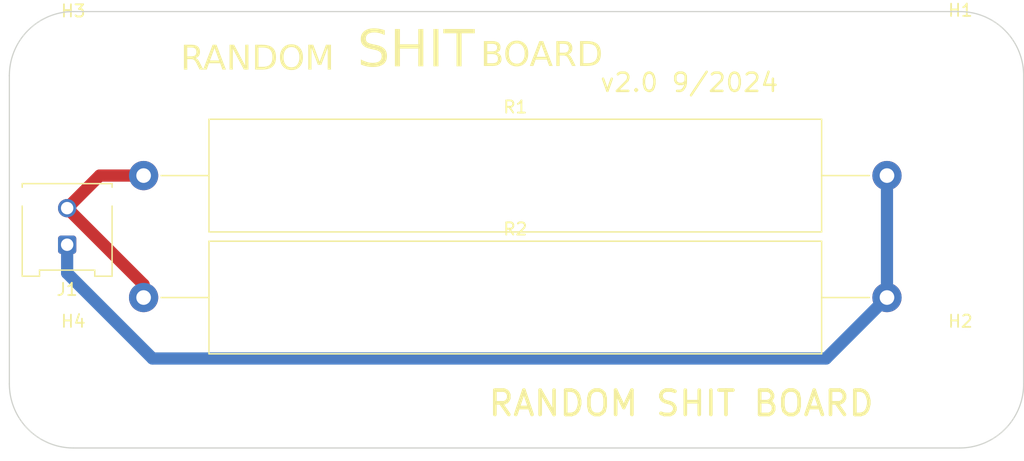
<source format=kicad_pcb>
(kicad_pcb (version 20240108) (generator "pcbnew") (generator_version "8.0")
  (layers (0 "F.Cu" signal) (31 "B.Cu" signal) (34 "B.Paste" user) (35 "F.Paste" user) (36 "B.SilkS" user "B.Silkscreen") (37 "F.SilkS" user "F.Silkscreen") (38 "B.Mask" user) (39 "F.Mask" user) (44 "Edge.Cuts" user))
  (net 0 "")
  (net 1 "pre_res+")
  (net 2 "pre_res-")
  (footprint "Resistor_THT:R_Axial_Power_L50.0mm_W9.0mm_P60.96mm" (layer "F.Cu") (at 89.77 64.25)
    (property "Reference" "R1" (at 30.48 -5.62 0) (layer "F.SilkS"))
    (property "Value" "B20J750E")
    (fp_line (start 1.44 0) (end 5.36 0) (stroke (width 0.12)) (layer "F.SilkS"))
    (fp_line (start 5.36 -4.62) (end 5.36 4.62) (stroke (width 0.12)) (layer "F.SilkS"))
    (fp_line (start 5.36 4.62) (end 55.6 4.62) (stroke (width 0.12)) (layer "F.SilkS"))
    (fp_line (start 55.6 -4.62) (end 5.36 -4.62) (stroke (width 0.12)) (layer "F.SilkS"))
    (fp_line (start 55.6 4.62) (end 55.6 -4.62) (stroke (width 0.12)) (layer "F.SilkS"))
    (fp_line (start 59.52 0) (end 55.6 0) (stroke (width 0.12)) (layer "F.SilkS"))
    (pad "1" thru_hole circle (at 0 0) (size 2.4 2.4) (drill 1.2) (layers "*.Cu" "*.Mask") (net 1 "pre_res+"))
    (pad "2" thru_hole oval (at 60.96 0) (size 2.4 2.4) (drill 1.2) (layers "*.Cu" "*.Mask") (net 2 "pre_res-"))
  )
  (footprint "MountingHole:MountingHole_4.3mm_M4" (layer "F.Cu") (at 156.75 81.5)
    (property "Reference" "H2" (at 0 -5.3 0) (layer "F.SilkS"))
    (property "Value" "MountingHole")
    (pad "" np_thru_hole circle (at 0 0) (size 4.3 4.3) (drill 4.3) (layers "*.Cu" "*.Mask"))
  )
  (footprint "Connector_Molex:Molex_Micro-Fit_3.0_43045-0212_2x01_P3.00mm_Vertical" (layer "F.Cu") (at 83.5 69.92 180)
    (property "Reference" "J1" (at 0 -3.67 0) (layer "F.SilkS"))
    (property "Value" "043045-0212")
    (fp_line (start 3.685 5.01) (end 3.685 4.71) (stroke (width 0.12)) (layer "F.SilkS"))
    (fp_line (start 3.685 -2.58) (end 3.685 3.17) (stroke (width 0.12)) (layer "F.SilkS"))
    (fp_line (start 2.265 -2.08) (end 2.265 -2.58) (stroke (width 0.12)) (layer "F.SilkS"))
    (fp_line (start 2.265 -2.58) (end 3.685 -2.58) (stroke (width 0.12)) (layer "F.SilkS"))
    (fp_line (start -2.265 -2.08) (end 2.265 -2.08) (stroke (width 0.12)) (layer "F.SilkS"))
    (fp_line (start -2.265 -2.58) (end -2.265 -2.08) (stroke (width 0.12)) (layer "F.SilkS"))
    (fp_line (start -3.685 5.01) (end 3.685 5.01) (stroke (width 0.12)) (layer "F.SilkS"))
    (fp_line (start -3.685 4.71) (end -3.685 5.01) (stroke (width 0.12)) (layer "F.SilkS"))
    (fp_line (start -3.685 3.17) (end -3.685 -2.58) (stroke (width 0.12)) (layer "F.SilkS"))
    (fp_line (start -3.685 -2.58) (end -2.265 -2.58) (stroke (width 0.12)) (layer "F.SilkS"))
    (pad "" np_thru_hole circle (at -3 3.94 180) (size 1.02 1.02) (drill 1.02) (layers "*.Cu" "*.Mask"))
    (pad "" np_thru_hole circle (at 3 3.94 180) (size 1.02 1.02) (drill 1.02) (layers "*.Cu" "*.Mask"))
    (pad "1" thru_hole roundrect (at 0 0 180) (size 1.5 1.5) (drill 1.02) (layers "*.Cu" "*.Mask") (roundrect_rratio 0.166667) (net 2 "pre_res-"))
    (pad "2" thru_hole circle (at 0 3 180) (size 1.5 1.5) (drill 1.02) (layers "*.Cu" "*.Mask") (net 1 "pre_res+"))
  )
  (footprint "MountingHole:MountingHole_4.3mm_M4" (layer "F.Cu") (at 84 81.5)
    (property "Reference" "H4" (at 0 -5.3 0) (layer "F.SilkS"))
    (property "Value" "MountingHole")
    (pad "" np_thru_hole circle (at 0 0) (size 4.3 4.3) (drill 4.3) (layers "*.Cu" "*.Mask"))
  )
  (footprint "Resistor_THT:R_Axial_Power_L50.0mm_W9.0mm_P60.96mm" (layer "F.Cu") (at 89.77 74.25)
    (property "Reference" "R2" (at 30.48 -5.62 0) (layer "F.SilkS"))
    (property "Value" "B20J750E")
    (fp_line (start 1.44 0) (end 5.36 0) (stroke (width 0.12)) (layer "F.SilkS"))
    (fp_line (start 5.36 -4.62) (end 5.36 4.62) (stroke (width 0.12)) (layer "F.SilkS"))
    (fp_line (start 5.36 4.62) (end 55.6 4.62) (stroke (width 0.12)) (layer "F.SilkS"))
    (fp_line (start 55.6 -4.62) (end 5.36 -4.62) (stroke (width 0.12)) (layer "F.SilkS"))
    (fp_line (start 55.6 4.62) (end 55.6 -4.62) (stroke (width 0.12)) (layer "F.SilkS"))
    (fp_line (start 59.52 0) (end 55.6 0) (stroke (width 0.12)) (layer "F.SilkS"))
    (pad "1" thru_hole circle (at 0 0) (size 2.4 2.4) (drill 1.2) (layers "*.Cu" "*.Mask") (net 1 "pre_res+"))
    (pad "2" thru_hole oval (at 60.96 0) (size 2.4 2.4) (drill 1.2) (layers "*.Cu" "*.Mask") (net 2 "pre_res-"))
  )
  (footprint "MountingHole:MountingHole_4.3mm_M4" (layer "F.Cu") (at 84 56.05)
    (property "Reference" "H3" (at 0 -5.3 0) (layer "F.SilkS"))
    (property "Value" "MountingHole")
    (pad "" np_thru_hole circle (at 0 0) (size 4.3 4.3) (drill 4.3) (layers "*.Cu" "*.Mask"))
  )
  (footprint "MountingHole:MountingHole_4.3mm_M4" (layer "F.Cu") (at 156.75 56)
    (property "Reference" "H1" (at 0 -5.3 0) (layer "F.SilkS"))
    (property "Value" "MountingHole")
    (pad "" np_thru_hole circle (at 0 0) (size 4.3 4.3) (drill 4.3) (layers "*.Cu" "*.Mask"))
  )
  (gr_arc (start 84.012311 86.587689) (mid 80.3 85.05) (end 78.762311 81.337689) (stroke (width 0.1)) (layer "Edge.Cuts"))
  (gr_arc (start 161.937689 81.337689) (mid 160.4 85.05) (end 156.687689 86.587689) (stroke (width 0.1)) (layer "Edge.Cuts"))
  (gr_line (start 156.687689 50.8) (end 84.012311 50.8) (stroke (width 0.1)) (layer "Edge.Cuts"))
  (gr_line (start 84.012311 86.587689) (end 156.687689 86.587689) (stroke (width 0.1)) (layer "Edge.Cuts"))
  (gr_line (start 78.762311 56.05) (end 78.762311 81.337689) (stroke (width 0.1)) (layer "Edge.Cuts"))
  (gr_arc (start 156.687689 50.8) (mid 160.4 52.337689) (end 161.937689 56.05) (stroke (width 0.1)) (layer "Edge.Cuts"))
  (gr_line (start 161.937689 81.337689) (end 161.937689 56.05) (stroke (width 0.1)) (layer "Edge.Cuts"))
  (gr_arc (start 78.762311 56.05) (mid 80.3 52.337689) (end 84.012311 50.8) (stroke (width 0.1)) (layer "Edge.Cuts"))
  (gr_text "RANDOM SHIT BOARD" (at 117.9 84.1 0) (layer "F.SilkS") (effects (font (size 2 2) (thickness 0.3)) (justify left bottom)))
  (gr_text "RANDOM" (at 92.8 55.9 0) (layer "F.SilkS") (effects (font (size 2 2) (thickness 0.3)) (justify left bottom)))
  (gr_text "v2.0 9/2024" (at 127.1 57.5 0) (layer "F.SilkS") (effects (font (size 1.5 1.5) (thickness 0.2)) (justify left bottom)))
  (gr_text "BOARD" (at 117.4 55.6 0) (layer "F.SilkS") (effects (font (size 2 2) (thickness 0.3)) (justify left bottom)))
  (gr_text "SHIT" (at 107.3 55.8 0) (layer "F.SilkS") (effects (font (size 3 3) (thickness 0.3)) (justify left bottom)))
  (segment (start 89.77 73.19) (end 89.77 74.25) (width 1) (layer "F.Cu") (net 1))
  (segment (start 83.5 66.92) (end 89.77 73.19) (width 1) (layer "F.Cu") (net 1))
  (segment (start 86.17 64.25) (end 89.77 64.25) (width 1) (layer "F.Cu") (net 1))
  (segment (start 83.5 66.92) (end 86.17 64.25) (width 1) (layer "F.Cu") (net 1))
  (segment (start 90.5 79.25) (end 145.73 79.25) (width 1) (layer "B.Cu") (net 2))
  (segment (start 83.5 69.92) (end 83.5 72.25) (width 1) (layer "B.Cu") (net 2))
  (segment (start 83.5 72.25) (end 90.5 79.25) (width 1) (layer "B.Cu") (net 2))
  (segment (start 150.73 64.25) (end 150.73 74.25) (width 1) (layer "B.Cu") (net 2))
  (segment (start 145.73 79.25) (end 150.73 74.25) (width 1) (layer "B.Cu") (net 2))
)
</source>
